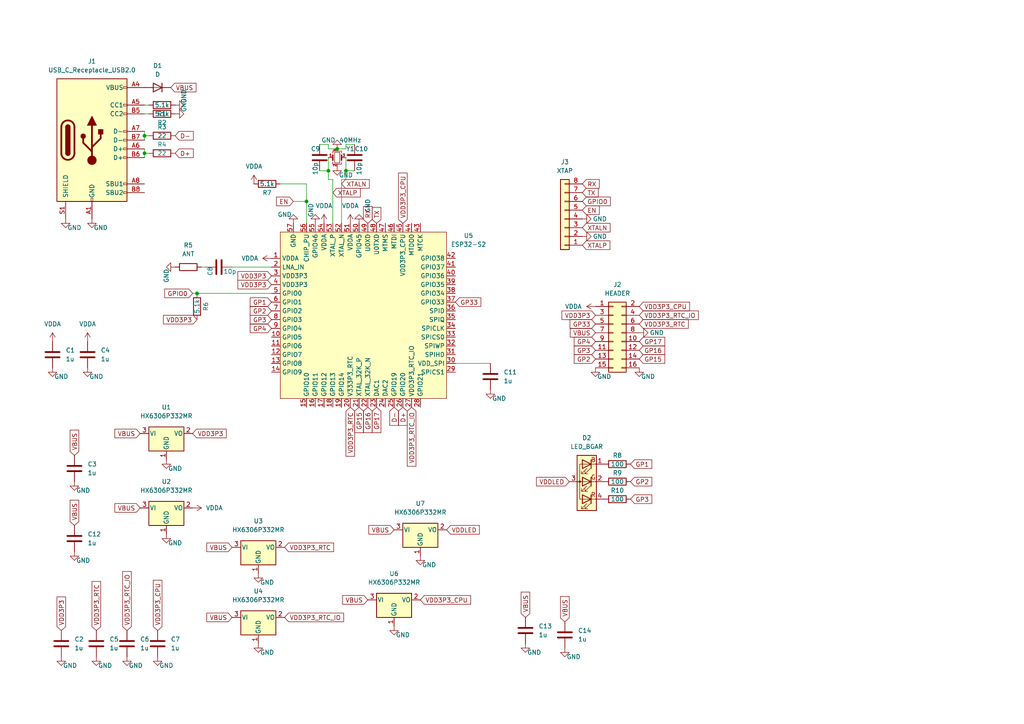
<source format=kicad_sch>
(kicad_sch (version 20211123) (generator eeschema)
  (paper "A4")
  (lib_symbols
    (symbol "Connector:USB_C_Receptacle_USB2.0" (pin_names (offset 1.016))
      (property "Reference" "J" (at -10.16 19.05 0))
      (property "Value" "USB_C_Receptacle_USB2.0" (at 19.05 19.05 0))
      (symbol "USB_C_Receptacle_USB2.0_0_0"
        (rectangle (start -0.254 -17.78) (end 0.254 -16.764))
        (rectangle (start 10.16 -14.986) (end 9.144 -15.494))
        (rectangle (start 10.16 -12.446) (end 9.144 -12.954))
        (rectangle (start 10.16 -4.826) (end 9.144 -5.334))
        (rectangle (start 10.16 -2.286) (end 9.144 -2.794))
        (rectangle (start 10.16 0.254) (end 9.144 -0.254))
        (rectangle (start 10.16 2.794) (end 9.144 2.286))
        (rectangle (start 10.16 7.874) (end 9.144 7.366))
        (rectangle (start 10.16 10.414) (end 9.144 9.906))
        (rectangle (start 10.16 15.494) (end 9.144 14.986))
      )
      (symbol "USB_C_Receptacle_USB2.0_0_1"
        (rectangle (start -10.16 17.78) (end 10.16 -17.78) (stroke (width 0.254)) (fill (type background)))
        (arc (start -8.89 -3.81) (mid -6.985 -5.715) (end -5.08 -3.81) (stroke (width 0.508)))
        (arc (start -7.62 -3.81) (mid -6.985 -4.445) (end -6.35 -3.81) (stroke (width 0.254)))
        (arc (start -7.62 -3.81) (mid -6.985 -4.445) (end -6.35 -3.81) (stroke (width 0.254)) (fill (type outline)))
        (rectangle (start -7.62 -3.81) (end -6.35 3.81) (stroke (width 0.254)) (fill (type outline)))
        (arc (start -6.35 3.81) (mid -6.985 4.445) (end -7.62 3.81) (stroke (width 0.254)))
        (arc (start -6.35 3.81) (mid -6.985 4.445) (end -7.62 3.81) (stroke (width 0.254)) (fill (type outline)))
        (arc (start -5.08 3.81) (mid -6.985 5.715) (end -8.89 3.81) (stroke (width 0.508)))
        (circle (center -2.54 1.143) (radius 0.635) (stroke (width 0.254)) (fill (type outline)))
        (circle (center 0 -5.842) (radius 1.27) (fill (type outline)))
        (polyline (pts (xy -8.89 -3.81) (xy -8.89 3.81)) (stroke (width 0.508)))
        (polyline (pts (xy -5.08 3.81) (xy -5.08 -3.81)) (stroke (width 0.508)))
        (polyline (pts (xy 0 -5.842) (xy 0 4.318)) (stroke (width 0.508)))
        (polyline (pts (xy 0 -3.302) (xy -2.54 -0.762) (xy -2.54 0.508)) (stroke (width 0.508)))
        (polyline (pts (xy 0 -2.032) (xy 2.54 0.508) (xy 2.54 1.778)) (stroke (width 0.508)))
        (polyline (pts (xy -1.27 4.318) (xy 0 6.858) (xy 1.27 4.318) (xy -1.27 4.318)) (stroke (width 0.254)) (fill (type outline)))
        (rectangle (start 1.905 1.778) (end 3.175 3.048) (stroke (width 0.254)) (fill (type outline)))
      )
      (symbol "USB_C_Receptacle_USB2.0_1_1"
        (pin passive line (at 0 -22.86 90) (length 5.08) (name "GND") (number "A1"))
        (pin passive line (at 0 -22.86 90) (length 5.08) hide (name "GND") (number "A12"))
        (pin passive line (at 15.24 15.24 180) (length 5.08) (name "VBUS") (number "A4"))
        (pin bidirectional line (at 15.24 10.16 180) (length 5.08) (name "CC1") (number "A5"))
        (pin bidirectional line (at 15.24 -2.54 180) (length 5.08) (name "D+") (number "A6"))
        (pin bidirectional line (at 15.24 2.54 180) (length 5.08) (name "D-") (number "A7"))
        (pin bidirectional line (at 15.24 -12.7 180) (length 5.08) (name "SBU1") (number "A8"))
        (pin passive line (at 15.24 15.24 180) (length 5.08) hide (name "VBUS") (number "A9"))
        (pin passive line (at 0 -22.86 90) (length 5.08) hide (name "GND") (number "B1"))
        (pin passive line (at 0 -22.86 90) (length 5.08) hide (name "GND") (number "B12"))
        (pin passive line (at 15.24 15.24 180) (length 5.08) hide (name "VBUS") (number "B4"))
        (pin bidirectional line (at 15.24 7.62 180) (length 5.08) (name "CC2") (number "B5"))
        (pin bidirectional line (at 15.24 -5.08 180) (length 5.08) (name "D+") (number "B6"))
        (pin bidirectional line (at 15.24 0 180) (length 5.08) (name "D-") (number "B7"))
        (pin bidirectional line (at 15.24 -15.24 180) (length 5.08) (name "SBU2") (number "B8"))
        (pin passive line (at 15.24 15.24 180) (length 5.08) hide (name "VBUS") (number "B9"))
        (pin passive line (at -7.62 -22.86 90) (length 5.08) (name "SHIELD") (number "S1"))
      )
    )
    (symbol "Connector_Generic:Conn_01x08" (pin_names (offset 1.016) hide)
      (property "Reference" "J" (at 0 10.16 0))
      (property "Value" "Conn_01x08" (at 0 -12.7 0))
      (symbol "Conn_01x08_1_1"
        (rectangle (start -1.27 -10.033) (end 0 -10.287) (stroke (width 0.1524)))
        (rectangle (start -1.27 -7.493) (end 0 -7.747) (stroke (width 0.1524)))
        (rectangle (start -1.27 -4.953) (end 0 -5.207) (stroke (width 0.1524)))
        (rectangle (start -1.27 -2.413) (end 0 -2.667) (stroke (width 0.1524)))
        (rectangle (start -1.27 0.127) (end 0 -0.127) (stroke (width 0.1524)))
        (rectangle (start -1.27 2.667) (end 0 2.413) (stroke (width 0.1524)))
        (rectangle (start -1.27 5.207) (end 0 4.953) (stroke (width 0.1524)))
        (rectangle (start -1.27 7.747) (end 0 7.493) (stroke (width 0.1524)))
        (rectangle (start -1.27 8.89) (end 1.27 -11.43) (stroke (width 0.254)) (fill (type background)))
        (pin passive line (at -5.08 7.62 0) (length 3.81) (name "Pin_1") (number "1"))
        (pin passive line (at -5.08 5.08 0) (length 3.81) (name "Pin_2") (number "2"))
        (pin passive line (at -5.08 2.54 0) (length 3.81) (name "Pin_3") (number "3"))
        (pin passive line (at -5.08 0 0) (length 3.81) (name "Pin_4") (number "4"))
        (pin passive line (at -5.08 -2.54 0) (length 3.81) (name "Pin_5") (number "5"))
        (pin passive line (at -5.08 -5.08 0) (length 3.81) (name "Pin_6") (number "6"))
        (pin passive line (at -5.08 -7.62 0) (length 3.81) (name "Pin_7") (number "7"))
        (pin passive line (at -5.08 -10.16 0) (length 3.81) (name "Pin_8") (number "8"))
      )
    )
    (symbol "Connector_Generic:Conn_02x08_Odd_Even" (pin_names (offset 1.016) hide)
      (property "Reference" "J" (at 1.27 10.16 0))
      (property "Value" "Conn_02x08_Odd_Even" (at 1.27 -12.7 0))
      (symbol "Conn_02x08_Odd_Even_1_1"
        (rectangle (start -1.27 -10.033) (end 0 -10.287) (stroke (width 0.1524)))
        (rectangle (start -1.27 -7.493) (end 0 -7.747) (stroke (width 0.1524)))
        (rectangle (start -1.27 -4.953) (end 0 -5.207) (stroke (width 0.1524)))
        (rectangle (start -1.27 -2.413) (end 0 -2.667) (stroke (width 0.1524)))
        (rectangle (start -1.27 0.127) (end 0 -0.127) (stroke (width 0.1524)))
        (rectangle (start -1.27 2.667) (end 0 2.413) (stroke (width 0.1524)))
        (rectangle (start -1.27 5.207) (end 0 4.953) (stroke (width 0.1524)))
        (rectangle (start -1.27 7.747) (end 0 7.493) (stroke (width 0.1524)))
        (rectangle (start -1.27 8.89) (end 3.81 -11.43) (stroke (width 0.254)) (fill (type background)))
        (rectangle (start 3.81 -10.033) (end 2.54 -10.287) (stroke (width 0.1524)))
        (rectangle (start 3.81 -7.493) (end 2.54 -7.747) (stroke (width 0.1524)))
        (rectangle (start 3.81 -4.953) (end 2.54 -5.207) (stroke (width 0.1524)))
        (rectangle (start 3.81 -2.413) (end 2.54 -2.667) (stroke (width 0.1524)))
        (rectangle (start 3.81 0.127) (end 2.54 -0.127) (stroke (width 0.1524)))
        (rectangle (start 3.81 2.667) (end 2.54 2.413) (stroke (width 0.1524)))
        (rectangle (start 3.81 5.207) (end 2.54 4.953) (stroke (width 0.1524)))
        (rectangle (start 3.81 7.747) (end 2.54 7.493) (stroke (width 0.1524)))
        (pin passive line (at -5.08 7.62 0) (length 3.81) (name "Pin_1") (number "1"))
        (pin passive line (at 7.62 -2.54 180) (length 3.81) (name "Pin_10") (number "10"))
        (pin passive line (at -5.08 -5.08 0) (length 3.81) (name "Pin_11") (number "11"))
        (pin passive line (at 7.62 -5.08 180) (length 3.81) (name "Pin_12") (number "12"))
        (pin passive line (at -5.08 -7.62 0) (length 3.81) (name "Pin_13") (number "13"))
        (pin passive line (at 7.62 -7.62 180) (length 3.81) (name "Pin_14") (number "14"))
        (pin passive line (at -5.08 -10.16 0) (length 3.81) (name "Pin_15") (number "15"))
        (pin passive line (at 7.62 -10.16 180) (length 3.81) (name "Pin_16") (number "16"))
        (pin passive line (at 7.62 7.62 180) (length 3.81) (name "Pin_2") (number "2"))
        (pin passive line (at -5.08 5.08 0) (length 3.81) (name "Pin_3") (number "3"))
        (pin passive line (at 7.62 5.08 180) (length 3.81) (name "Pin_4") (number "4"))
        (pin passive line (at -5.08 2.54 0) (length 3.81) (name "Pin_5") (number "5"))
        (pin passive line (at 7.62 2.54 180) (length 3.81) (name "Pin_6") (number "6"))
        (pin passive line (at -5.08 0 0) (length 3.81) (name "Pin_7") (number "7"))
        (pin passive line (at 7.62 0 180) (length 3.81) (name "Pin_8") (number "8"))
        (pin passive line (at -5.08 -2.54 0) (length 3.81) (name "Pin_9") (number "9"))
      )
    )
    (symbol "Device:C" (pin_numbers hide) (pin_names (offset 0.254))
      (property "Reference" "C" (at 0.635 2.54 0))
      (property "Value" "C" (at 0.635 -2.54 0))
      (symbol "C_0_1"
        (polyline (pts (xy -2.032 -0.762) (xy 2.032 -0.762)) (stroke (width 0.508)))
        (polyline (pts (xy -2.032 0.762) (xy 2.032 0.762)) (stroke (width 0.508)))
      )
      (symbol "C_1_1"
        (pin passive line (at 0 3.81 270) (length 2.794) (name "~") (number "1"))
        (pin passive line (at 0 -3.81 90) (length 2.794) (name "~") (number "2"))
      )
    )
    (symbol "Device:Crystal_GND24_Small" (pin_names (offset 1.016) hide)
      (property "Reference" "Y" (at 1.27 4.445 0))
      (property "Value" "Crystal_GND24_Small" (at 1.27 2.54 0))
      (symbol "Crystal_GND24_Small_0_1"
        (rectangle (start -0.762 -1.524) (end 0.762 1.524))
        (polyline (pts (xy -1.27 -0.762) (xy -1.27 0.762)) (stroke (width 0.381)))
        (polyline (pts (xy 1.27 -0.762) (xy 1.27 0.762)) (stroke (width 0.381)))
        (polyline (pts (xy -1.27 -1.27) (xy -1.27 -1.905) (xy 1.27 -1.905) (xy 1.27 -1.27)))
        (polyline (pts (xy -1.27 1.27) (xy -1.27 1.905) (xy 1.27 1.905) (xy 1.27 1.27)))
      )
      (symbol "Crystal_GND24_Small_1_1"
        (pin passive line (at -2.54 0 0) (length 1.27) (name "1") (number "1"))
        (pin passive line (at 0 -2.54 90) (length 0.635) (name "2") (number "2"))
        (pin passive line (at 2.54 0 180) (length 1.27) (name "3") (number "3"))
        (pin passive line (at 0 2.54 270) (length 0.635) (name "4") (number "4"))
      )
    )
    (symbol "Device:D" (pin_numbers hide) (pin_names (offset 1.016) hide)
      (property "Reference" "D" (at 0 2.54 0))
      (property "Value" "D" (at 0 -2.54 0))
      (symbol "D_0_1"
        (polyline (pts (xy -1.27 1.27) (xy -1.27 -1.27)) (stroke (width 0.254)))
        (polyline (pts (xy 1.27 0) (xy -1.27 0)))
        (polyline (pts (xy 1.27 1.27) (xy 1.27 -1.27) (xy -1.27 0) (xy 1.27 1.27)) (stroke (width 0.254)))
      )
      (symbol "D_1_1"
        (pin passive line (at -3.81 0 0) (length 2.54) (name "K") (number "1"))
        (pin passive line (at 3.81 0 180) (length 2.54) (name "A") (number "2"))
      )
    )
    (symbol "Device:LED_BGAR" (pin_names (offset 0) hide)
      (property "Reference" "D" (at 0 9.398 0))
      (property "Value" "LED_BGAR" (at 0 -8.89 0))
      (symbol "LED_BGAR_0_0"
        (text "B" (at -1.905 -6.35 0) (effects (font (size 1.27 1.27))))
        (text "G" (at -1.905 -1.27 0) (effects (font (size 1.27 1.27))))
        (text "R" (at -1.905 3.81 0) (effects (font (size 1.27 1.27))))
      )
      (symbol "LED_BGAR_0_1"
        (polyline (pts (xy -1.27 -5.08) (xy -2.54 -5.08)))
        (polyline (pts (xy -1.27 -5.08) (xy 1.27 -5.08)))
        (polyline (pts (xy -1.27 -3.81) (xy -1.27 -6.35)) (stroke (width 0.254)))
        (polyline (pts (xy -1.27 0) (xy -2.54 0)))
        (polyline (pts (xy -1.27 1.27) (xy -1.27 -1.27)) (stroke (width 0.254)))
        (polyline (pts (xy -1.27 5.08) (xy -2.54 5.08)))
        (polyline (pts (xy -1.27 5.08) (xy 1.27 5.08)))
        (polyline (pts (xy -1.27 6.35) (xy -1.27 3.81)) (stroke (width 0.254)))
        (polyline (pts (xy 1.27 0) (xy -1.27 0)))
        (polyline (pts (xy 1.27 0) (xy 2.54 0)))
        (polyline (pts (xy -1.27 1.27) (xy -1.27 -1.27) (xy -1.27 -1.27)))
        (polyline (pts (xy -1.27 6.35) (xy -1.27 3.81) (xy -1.27 3.81)))
        (polyline (pts (xy 1.27 -5.08) (xy 2.032 -5.08) (xy 2.032 5.08) (xy 1.27 5.08)))
        (polyline (pts (xy 1.27 -3.81) (xy 1.27 -6.35) (xy -1.27 -5.08) (xy 1.27 -3.81)) (stroke (width 0.254)))
        (polyline (pts (xy 1.27 1.27) (xy 1.27 -1.27) (xy -1.27 0) (xy 1.27 1.27)) (stroke (width 0.254)))
        (polyline (pts (xy 1.27 6.35) (xy 1.27 3.81) (xy -1.27 5.08) (xy 1.27 6.35)) (stroke (width 0.254)))
        (polyline (pts (xy -1.016 -3.81) (xy 0.508 -2.286) (xy -0.254 -2.286) (xy 0.508 -2.286) (xy 0.508 -3.048)))
        (polyline (pts (xy -1.016 1.27) (xy 0.508 2.794) (xy -0.254 2.794) (xy 0.508 2.794) (xy 0.508 2.032)))
        (polyline (pts (xy -1.016 6.35) (xy 0.508 7.874) (xy -0.254 7.874) (xy 0.508 7.874) (xy 0.508 7.112)))
        (polyline (pts (xy 0 -3.81) (xy 1.524 -2.286) (xy 0.762 -2.286) (xy 1.524 -2.286) (xy 1.524 -3.048)))
        (polyline (pts (xy 0 1.27) (xy 1.524 2.794) (xy 0.762 2.794) (xy 1.524 2.794) (xy 1.524 2.032)))
        (polyline (pts (xy 0 6.35) (xy 1.524 7.874) (xy 0.762 7.874) (xy 1.524 7.874) (xy 1.524 7.112)))
        (rectangle (start 1.27 -1.27) (end 1.27 1.27))
        (rectangle (start 1.27 1.27) (end 1.27 1.27))
        (rectangle (start 1.27 3.81) (end 1.27 6.35))
        (rectangle (start 1.27 6.35) (end 1.27 6.35))
        (circle (center 2.032 0) (radius 0.254) (fill (type outline)))
        (rectangle (start 2.794 8.382) (end -2.794 -7.62) (stroke (width 0.254)) (fill (type background)))
      )
      (symbol "LED_BGAR_1_1"
        (pin passive line (at -5.08 -5.08 0) (length 2.54) (name "BK") (number "1"))
        (pin passive line (at -5.08 0 0) (length 2.54) (name "GK") (number "2"))
        (pin passive line (at 5.08 0 180) (length 2.54) (name "A") (number "3"))
        (pin passive line (at -5.08 5.08 0) (length 2.54) (name "RK") (number "4"))
      )
    )
    (symbol "Device:R" (pin_numbers hide) (pin_names (offset 0))
      (property "Reference" "R" (at 2.032 0 90))
      (property "Value" "R" (at 0 0 90))
      (symbol "R_0_1"
        (rectangle (start -1.016 -2.54) (end 1.016 2.54) (stroke (width 0.254)))
      )
      (symbol "R_1_1"
        (pin passive line (at 0 3.81 270) (length 1.27) (name "~") (number "1"))
        (pin passive line (at 0 -3.81 90) (length 1.27) (name "~") (number "2"))
      )
    )
    (symbol "Regulator_Linear:APE8865N-33-HF-3" (pin_names (offset 0.254))
      (property "Reference" "U" (at -3.81 3.175 0))
      (property "Value" "APE8865N-33-HF-3" (at 0 3.175 0))
      (symbol "APE8865N-33-HF-3_0_1"
        (rectangle (start -5.08 1.905) (end 5.08 -5.08) (stroke (width 0.254)) (fill (type background)))
      )
      (symbol "APE8865N-33-HF-3_1_1"
        (pin power_in line (at 0 -7.62 90) (length 2.54) (name "GND") (number "1"))
        (pin power_out line (at 7.62 0 180) (length 2.54) (name "VO") (number "2"))
        (pin power_in line (at -7.62 0 0) (length 2.54) (name "VI") (number "3"))
      )
    )
    (symbol "esp32s2:ESP32-S2"
      (property "Reference" "U" (at 0 6.35 0))
      (property "Value" "ESP32-S2" (at 0 1.27 0))
      (symbol "ESP32-S2_0_1"
        (rectangle (start -24.13 24.13) (end 24.13 -24.13) (stroke (width 0.1524)) (fill (type background)))
      )
      (symbol "ESP32-S2_1_1"
        (pin bidirectional line (at -26.67 16.51 0) (length 2.54) (name "VDDA") (number "1"))
        (pin bidirectional line (at -26.67 -6.35 0) (length 2.54) (name "GPIO5") (number "10"))
        (pin bidirectional line (at -26.67 -8.89 0) (length 2.54) (name "GPIO6") (number "11"))
        (pin bidirectional line (at -26.67 -11.43 0) (length 2.54) (name "GPIO7") (number "12"))
        (pin bidirectional line (at -26.67 -13.97 0) (length 2.54) (name "GPIO8") (number "13"))
        (pin bidirectional line (at -26.67 -16.51 0) (length 2.54) (name "GPIO9") (number "14"))
        (pin bidirectional line (at -16.51 -26.67 90) (length 2.54) (name "GPIO10") (number "15"))
        (pin bidirectional line (at -13.97 -26.67 90) (length 2.54) (name "GPIO11") (number "16"))
        (pin bidirectional line (at -11.43 -26.67 90) (length 2.54) (name "GPIO12") (number "17"))
        (pin bidirectional line (at -8.89 -26.67 90) (length 2.54) (name "GPIO13") (number "18"))
        (pin bidirectional line (at -6.35 -26.67 90) (length 2.54) (name "GPIO14") (number "19"))
        (pin bidirectional line (at -26.67 13.97 0) (length 2.54) (name "LNA_IN") (number "2"))
        (pin bidirectional line (at -3.81 -26.67 90) (length 2.54) (name "V333P3_RTC") (number "20"))
        (pin bidirectional line (at -1.27 -26.67 90) (length 2.54) (name "XTAL_32K_P") (number "21"))
        (pin bidirectional line (at 1.27 -26.67 90) (length 2.54) (name "XTAL_32K_N") (number "22"))
        (pin bidirectional line (at 3.81 -26.67 90) (length 2.54) (name "DAC1") (number "23"))
        (pin bidirectional line (at 6.35 -26.67 90) (length 2.54) (name "DAC2") (number "24"))
        (pin bidirectional line (at 8.89 -26.67 90) (length 2.54) (name "GPIO19") (number "25"))
        (pin bidirectional line (at 11.43 -26.67 90) (length 2.54) (name "GPIO20") (number "26"))
        (pin bidirectional line (at 13.97 -26.67 90) (length 2.54) (name "VDD3P3_RTC_IO") (number "27"))
        (pin bidirectional line (at 16.51 -26.67 90) (length 2.54) (name "GPIO21") (number "28"))
        (pin bidirectional line (at 26.67 -16.51 180) (length 2.54) (name "SPICS1") (number "29"))
        (pin bidirectional line (at -26.67 11.43 0) (length 2.54) (name "VDD3P3") (number "3"))
        (pin bidirectional line (at 26.67 -13.97 180) (length 2.54) (name "VDD_SPI") (number "30"))
        (pin bidirectional line (at 26.67 -11.43 180) (length 2.54) (name "SPIHD") (number "31"))
        (pin bidirectional line (at 26.67 -8.89 180) (length 2.54) (name "SPIWP") (number "32"))
        (pin bidirectional line (at 26.67 -6.35 180) (length 2.54) (name "SPICS0") (number "33"))
        (pin bidirectional line (at 26.67 -3.81 180) (length 2.54) (name "SPICLK") (number "34"))
        (pin bidirectional line (at 26.67 -1.27 180) (length 2.54) (name "SPIQ") (number "35"))
        (pin bidirectional line (at 26.67 1.27 180) (length 2.54) (name "SPID") (number "36"))
        (pin bidirectional line (at 26.67 3.81 180) (length 2.54) (name "GPIO33") (number "37"))
        (pin bidirectional line (at 26.67 6.35 180) (length 2.54) (name "GPIO34") (number "38"))
        (pin bidirectional line (at 26.67 8.89 180) (length 2.54) (name "GPIO35") (number "39"))
        (pin bidirectional line (at -26.67 8.89 0) (length 2.54) (name "VDD3P3") (number "4"))
        (pin bidirectional line (at 26.67 11.43 180) (length 2.54) (name "GPIO36") (number "40"))
        (pin bidirectional line (at 26.67 13.97 180) (length 2.54) (name "GPIO37") (number "41"))
        (pin bidirectional line (at 26.67 16.51 180) (length 2.54) (name "GPIO38") (number "42"))
        (pin bidirectional line (at 16.51 26.67 270) (length 2.54) (name "MTCK") (number "43"))
        (pin bidirectional line (at 13.97 26.67 270) (length 2.54) (name "MTDO0") (number "44"))
        (pin bidirectional line (at 11.43 26.67 270) (length 2.54) (name "VDD3P3_CPU") (number "45"))
        (pin bidirectional line (at 8.89 26.67 270) (length 2.54) (name "MTDI") (number "46"))
        (pin bidirectional line (at 6.35 26.67 270) (length 2.54) (name "MTMS") (number "47"))
        (pin bidirectional line (at 3.81 26.67 270) (length 2.54) (name "U0TXD") (number "48"))
        (pin bidirectional line (at 1.27 26.67 270) (length 2.54) (name "U0XD") (number "49"))
        (pin bidirectional line (at -26.67 6.35 0) (length 2.54) (name "GPIO0") (number "5"))
        (pin bidirectional line (at -1.27 26.67 270) (length 2.54) (name "GPIO45") (number "50"))
        (pin bidirectional line (at -3.81 26.67 270) (length 2.54) (name "VDDA") (number "51"))
        (pin bidirectional line (at -6.35 26.67 270) (length 2.54) (name "XTAL_N") (number "52"))
        (pin bidirectional line (at -8.89 26.67 270) (length 2.54) (name "XTAL_P") (number "53"))
        (pin bidirectional line (at -11.43 26.67 270) (length 2.54) (name "VDDA") (number "54"))
        (pin bidirectional line (at -13.97 26.67 270) (length 2.54) (name "GPIO46") (number "55"))
        (pin bidirectional line (at -16.51 26.67 270) (length 2.54) (name "CHIP_PU") (number "56"))
        (pin bidirectional line (at -20.32 26.67 270) (length 2.54) (name "GND") (number "57"))
        (pin bidirectional line (at -26.67 3.81 0) (length 2.54) (name "GPIO1") (number "6"))
        (pin bidirectional line (at -26.67 1.27 0) (length 2.54) (name "GPIO2") (number "7"))
        (pin bidirectional line (at -26.67 -1.27 0) (length 2.54) (name "GPIO3") (number "8"))
        (pin bidirectional line (at -26.67 -3.81 0) (length 2.54) (name "GPIO4") (number "9"))
      )
    )
    (symbol "power:GND" (power) (pin_names (offset 0))
      (property "Value" "GND" (at 0 -3.81 0))
      (symbol "GND_0_1"
        (polyline (pts (xy 0 0) (xy 0 -1.27) (xy 1.27 -1.27) (xy 0 -2.54) (xy -1.27 -1.27) (xy 0 -1.27)))
      )
      (symbol "GND_1_1"
        (pin power_in line (at 0 0 270) (length 0) hide (name "GND") (number "1"))
      )
    )
    (symbol "power:VDDA" (power) (pin_names (offset 0))
      (property "Value" "VDDA" (at 0 3.81 0))
      (symbol "VDDA_0_1"
        (polyline (pts (xy -0.762 1.27) (xy 0 2.54)))
        (polyline (pts (xy 0 0) (xy 0 2.54)))
        (polyline (pts (xy 0 2.54) (xy 0.762 1.27)))
      )
      (symbol "VDDA_1_1"
        (pin power_in line (at 0 0 90) (length 0) hide (name "VDDA") (number "1"))
      )
    )
  )
  (junction (at 88.9 58.42))
  (junction (at 57.15 85.09))
  (junction (at 95.25 49.53))
  (junction (at 97.79 43.18))
  (junction (at 41.91 44.45))
  (junction (at 41.91 39.37))
  (junction (at 100.33 49.53))
  (wire (pts (xy 100.33 41.91) (xy 102.87 41.91)))
  (wire (pts (xy 92.71 49.53) (xy 95.25 49.53)))
  (wire (pts (xy 67.31 77.47) (xy 78.74 77.47)))
  (wire (pts (xy 41.91 44.45) (xy 41.91 45.72)))
  (wire (pts (xy 41.91 43.18) (xy 41.91 44.45)))
  (wire (pts (xy 97.79 43.18) (xy 95.25 43.18)))
  (wire (pts (xy 41.91 44.45) (xy 43.18 44.45)))
  (wire (pts (xy 96.52 52.07) (xy 95.25 52.07)))
  (wire (pts (xy 97.79 43.18) (xy 100.33 43.18)))
  (wire (pts (xy 41.91 33.02) (xy 43.18 33.02)))
  (wire (pts (xy 57.15 85.09) (xy 78.74 85.09)))
  (wire (pts (xy 41.91 30.48) (xy 43.18 30.48)))
  (wire (pts (xy 132.08 105.41) (xy 142.24 105.41)))
  (wire (pts (xy 100.33 43.18) (xy 100.33 41.91)))
  (wire (pts (xy 99.06 64.77) (xy 99.06 52.07)))
  (wire (pts (xy 81.28 53.34) (xy 88.9 53.34)))
  (wire (pts (xy 95.25 49.53) (xy 95.25 45.72)))
  (wire (pts (xy 88.9 53.34) (xy 88.9 58.42)))
  (wire (pts (xy 100.33 52.07) (xy 100.33 49.53)))
  (wire (pts (xy 99.06 52.07) (xy 100.33 52.07)))
  (wire (pts (xy 96.52 64.77) (xy 96.52 52.07)))
  (wire (pts (xy 41.91 39.37) (xy 43.18 39.37)))
  (wire (pts (xy 95.25 41.91) (xy 92.71 41.91)))
  (wire (pts (xy 55.88 85.09) (xy 57.15 85.09)))
  (wire (pts (xy 85.09 58.42) (xy 88.9 58.42)))
  (wire (pts (xy 100.33 49.53) (xy 100.33 45.72)))
  (wire (pts (xy 41.91 39.37) (xy 41.91 40.64)))
  (wire (pts (xy 58.42 77.47) (xy 59.69 77.47)))
  (wire (pts (xy 88.9 58.42) (xy 88.9 64.77)))
  (wire (pts (xy 95.25 43.18) (xy 95.25 41.91)))
  (wire (pts (xy 41.91 38.1) (xy 41.91 39.37)))
  (wire (pts (xy 100.33 49.53) (xy 102.87 49.53)))
  (wire (pts (xy 95.25 52.07) (xy 95.25 49.53)))
  (global_label "GP1" (shape input) (at 182.88 134.62 0) (property "Intersheet References" "${INTERSHEET_REFS}" (effects hide)))
  (global_label "GP15" (shape input) (at 185.42 104.14 0) (property "Intersheet References" "${INTERSHEET_REFS}" (effects hide)))
  (global_label "GP2" (shape input) (at 172.72 104.14 180) (property "Intersheet References" "${INTERSHEET_REFS}" (effects hide)))
  (global_label "EN" (shape input) (at 85.09 58.42 180) (property "Intersheet References" "${INTERSHEET_REFS}" (effects hide)))
  (global_label "XTALP" (shape input) (at 96.52 55.88 0) (property "Intersheet References" "${INTERSHEET_REFS}" (effects hide)))
  (global_label "VDD3P3_CPU" (shape input) (at 185.42 88.9 0) (property "Intersheet References" "${INTERSHEET_REFS}" (effects hide)))
  (global_label "GPIO0" (shape input) (at 168.91 58.42 0) (property "Intersheet References" "${INTERSHEET_REFS}" (effects hide)))
  (global_label "VDD3P3" (shape input) (at 78.74 80.01 180) (property "Intersheet References" "${INTERSHEET_REFS}" (effects hide)))
  (global_label "D-" (shape input) (at 50.8 39.37 0) (property "Intersheet References" "${INTERSHEET_REFS}" (effects hide)))
  (global_label "VDD3P3_RTC" (shape input) (at 185.42 93.98 0) (property "Intersheet References" "${INTERSHEET_REFS}" (effects hide)))
  (global_label "VDD3P3_RTC_IO" (shape input) (at 82.55 179.07 0) (property "Intersheet References" "${INTERSHEET_REFS}" (effects hide)))
  (global_label "D-" (shape input) (at 114.3 118.11 270) (property "Intersheet References" "${INTERSHEET_REFS}" (effects hide)))
  (global_label "GP3" (shape input) (at 172.72 101.6 180) (property "Intersheet References" "${INTERSHEET_REFS}" (effects hide)))
  (global_label "VDDLED" (shape input) (at 165.1 139.7 180) (property "Intersheet References" "${INTERSHEET_REFS}" (effects hide)))
  (global_label "RX" (shape input) (at 106.68 64.77 90) (property "Intersheet References" "${INTERSHEET_REFS}" (effects hide)))
  (global_label "GP4" (shape input) (at 78.74 95.25 180) (property "Intersheet References" "${INTERSHEET_REFS}" (effects hide)))
  (global_label "TX" (shape input) (at 168.91 55.88 0) (property "Intersheet References" "${INTERSHEET_REFS}" (effects hide)))
  (global_label "VDD3P3_CPU" (shape input) (at 45.72 182.88 90) (property "Intersheet References" "${INTERSHEET_REFS}" (effects hide)))
  (global_label "XTALN" (shape input) (at 99.06 53.34 0) (property "Intersheet References" "${INTERSHEET_REFS}" (effects hide)))
  (global_label "RX" (shape input) (at 168.91 53.34 0) (property "Intersheet References" "${INTERSHEET_REFS}" (effects hide)))
  (global_label "VDD3P3" (shape input) (at 17.78 182.88 90) (property "Intersheet References" "${INTERSHEET_REFS}" (effects hide)))
  (global_label "VDD3P3" (shape input) (at 57.15 92.71 180) (property "Intersheet References" "${INTERSHEET_REFS}" (effects hide)))
  (global_label "GP33" (shape input) (at 172.72 93.98 180) (property "Intersheet References" "${INTERSHEET_REFS}" (effects hide)))
  (global_label "GP1" (shape input) (at 78.74 87.63 180) (property "Intersheet References" "${INTERSHEET_REFS}" (effects hide)))
  (global_label "VBUS" (shape input) (at 172.72 96.52 180) (property "Intersheet References" "${INTERSHEET_REFS}" (effects hide)))
  (global_label "GP3" (shape input) (at 78.74 92.71 180) (property "Intersheet References" "${INTERSHEET_REFS}" (effects hide)))
  (global_label "VDD3P3_RTC" (shape input) (at 101.6 118.11 270) (property "Intersheet References" "${INTERSHEET_REFS}" (effects hide)))
  (global_label "VBUS" (shape input) (at 67.31 179.07 180) (property "Intersheet References" "${INTERSHEET_REFS}" (effects hide)))
  (global_label "XTALP" (shape input) (at 168.91 71.12 0) (property "Intersheet References" "${INTERSHEET_REFS}" (effects hide)))
  (global_label "GP2" (shape input) (at 182.88 139.7 0) (property "Intersheet References" "${INTERSHEET_REFS}" (effects hide)))
  (global_label "GP17" (shape input) (at 185.42 99.06 0) (property "Intersheet References" "${INTERSHEET_REFS}" (effects hide)))
  (global_label "VDD3P3" (shape input) (at 55.88 125.73 0) (property "Intersheet References" "${INTERSHEET_REFS}" (effects hide)))
  (global_label "VDD3P3_CPU" (shape input) (at 121.92 173.99 0) (property "Intersheet References" "${INTERSHEET_REFS}" (effects hide)))
  (global_label "VBUS" (shape input) (at 40.64 147.32 180) (property "Intersheet References" "${INTERSHEET_REFS}" (effects hide)))
  (global_label "VDD3P3_RTC" (shape input) (at 82.55 158.75 0) (property "Intersheet References" "${INTERSHEET_REFS}" (effects hide)))
  (global_label "VBUS" (shape input) (at 106.68 173.99 180) (property "Intersheet References" "${INTERSHEET_REFS}" (effects hide)))
  (global_label "TX" (shape input) (at 109.22 64.77 90) (property "Intersheet References" "${INTERSHEET_REFS}" (effects hide)))
  (global_label "XTALN" (shape input) (at 168.91 66.04 0) (property "Intersheet References" "${INTERSHEET_REFS}" (effects hide)))
  (global_label "VBUS" (shape input) (at 21.59 132.08 90) (property "Intersheet References" "${INTERSHEET_REFS}" (effects hide)))
  (global_label "VDD3P3_RTC" (shape input) (at 27.94 182.88 90) (property "Intersheet References" "${INTERSHEET_REFS}" (effects hide)))
  (global_label "VDDLED" (shape input) (at 129.54 153.67 0) (property "Intersheet References" "${INTERSHEET_REFS}" (effects hide)))
  (global_label "GP2" (shape input) (at 78.74 90.17 180) (property "Intersheet References" "${INTERSHEET_REFS}" (effects hide)))
  (global_label "VBUS" (shape input) (at 49.53 25.4 0) (property "Intersheet References" "${INTERSHEET_REFS}" (effects hide)))
  (global_label "GP33" (shape input) (at 132.08 87.63 0) (property "Intersheet References" "${INTERSHEET_REFS}" (effects hide)))
  (global_label "D+" (shape input) (at 50.8 44.45 0) (property "Intersheet References" "${INTERSHEET_REFS}" (effects hide)))
  (global_label "VDD3P3" (shape input) (at 172.72 91.44 180) (property "Intersheet References" "${INTERSHEET_REFS}" (effects hide)))
  (global_label "VDD3P3_RTC_IO" (shape input) (at 185.42 91.44 0) (property "Intersheet References" "${INTERSHEET_REFS}" (effects hide)))
  (global_label "D+" (shape input) (at 116.84 118.11 270) (property "Intersheet References" "${INTERSHEET_REFS}" (effects hide)))
  (global_label "EN" (shape input) (at 168.91 60.96 0) (property "Intersheet References" "${INTERSHEET_REFS}" (effects hide)))
  (global_label "GP17" (shape input) (at 109.22 118.11 270) (property "Intersheet References" "${INTERSHEET_REFS}" (effects hide)))
  (global_label "VDD3P3_CPU" (shape input) (at 116.84 64.77 90) (property "Intersheet References" "${INTERSHEET_REFS}" (effects hide)))
  (global_label "GP16" (shape input) (at 185.42 101.6 0) (property "Intersheet References" "${INTERSHEET_REFS}" (effects hide)))
  (global_label "VBUS" (shape input) (at 152.4 179.07 90) (property "Intersheet References" "${INTERSHEET_REFS}" (effects hide)))
  (global_label "GP15" (shape input) (at 104.14 118.11 270) (property "Intersheet References" "${INTERSHEET_REFS}" (effects hide)))
  (global_label "GPIO0" (shape input) (at 55.88 85.09 180) (property "Intersheet References" "${INTERSHEET_REFS}" (effects hide)))
  (global_label "GP3" (shape input) (at 182.88 144.78 0) (property "Intersheet References" "${INTERSHEET_REFS}" (effects hide)))
  (global_label "GP4" (shape input) (at 172.72 99.06 180) (property "Intersheet References" "${INTERSHEET_REFS}" (effects hide)))
  (global_label "VDD3P3_RTC_IO" (shape input) (at 36.83 182.88 90) (property "Intersheet References" "${INTERSHEET_REFS}" (effects hide)))
  (global_label "VBUS" (shape input) (at 21.59 152.4 90) (property "Intersheet References" "${INTERSHEET_REFS}" (effects hide)))
  (global_label "VBUS" (shape input) (at 114.3 153.67 180) (property "Intersheet References" "${INTERSHEET_REFS}" (effects hide)))
  (global_label "VBUS" (shape input) (at 67.31 158.75 180) (property "Intersheet References" "${INTERSHEET_REFS}" (effects hide)))
  (global_label "VBUS" (shape input) (at 163.83 180.34 90) (property "Intersheet References" "${INTERSHEET_REFS}" (effects hide)))
  (global_label "VBUS" (shape input) (at 40.64 125.73 180) (property "Intersheet References" "${INTERSHEET_REFS}" (effects hide)))
  (global_label "GP16" (shape input) (at 106.68 118.11 270) (property "Intersheet References" "${INTERSHEET_REFS}" (effects hide)))
  (global_label "VDD3P3" (shape input) (at 78.74 82.55 180) (property "Intersheet References" "${INTERSHEET_REFS}" (effects hide)))
  (global_label "VDD3P3_RTC_IO" (shape input) (at 119.38 118.11 270) (property "Intersheet References" "${INTERSHEET_REFS}" (effects hide)))
  (symbol (lib_id "Device:C") (at 21.59 156.21 0) (unit 1)
    (property "Reference" "C12" (at 25.4 154.9399 0) (effects (justify left)))
    (property "Value" "1u" (at 25.4 157.4799 0) (effects (justify left)))
    (property "Footprint" "Capacitor_SMD:C_0201_0603Metric" (effects hide))
    (property "LCSC" "C295898" (effects hide))
  )
  (symbol (lib_id "power:GND") (at 74.93 166.37 0) (unit 1)
    (property "Reference" "#PWR020" (effects hide))
    (property "Value" "GND" (at 77.47 168.91 0))
  )
  (symbol (lib_id "power:VDDA") (at 172.72 88.9 90) (unit 1)
    (property "Reference" "#PWR033" (effects hide))
    (property "Value" "VDDA" (at 163.83 88.9 90) (effects (justify right)))
  )
  (symbol (lib_id "power:GND") (at 27.94 190.5 0) (unit 1)
    (property "Reference" "#PWR09" (effects hide))
    (property "Value" "GND" (at 30.48 193.04 0))
  )
  (symbol (lib_id "Device:D") (at 45.72 25.4 180) (unit 1)
    (property "Reference" "D1" (at 45.72 19.05 0))
    (property "Value" "D" (at 45.72 21.59 0))
    (property "Footprint" "Diode_SMD:D_SOD-123F" (effects hide))
    (property "LCSC" "C426570" (effects hide))
  )
  (symbol (lib_id "power:GND") (at 91.44 64.77 180) (unit 1)
    (property "Reference" "#PWR024" (effects hide))
    (property "Value" "GND" (at 90.17 60.96 90))
  )
  (symbol (lib_id "power:GND") (at 36.83 190.5 0) (unit 1)
    (property "Reference" "#PWR010" (effects hide))
    (property "Value" "GND" (at 39.37 193.04 0))
  )
  (symbol (lib_id "power:VDDA") (at 73.66 53.34 0) (unit 1)
    (property "Reference" "#PWR0101" (effects hide))
    (property "Value" "VDDA" (at 73.66 48.26 0))
  )
  (symbol (lib_id "Device:C") (at 45.72 186.69 0) (unit 1)
    (property "Reference" "C7" (at 49.53 185.4199 0) (effects (justify left)))
    (property "Value" "1u" (at 49.53 187.9599 0) (effects (justify left)))
    (property "Footprint" "Capacitor_SMD:C_0201_0603Metric" (effects hide))
    (property "LCSC" "C295898" (effects hide))
  )
  (symbol (lib_id "power:GND") (at 168.91 63.5 90) (unit 1)
    (property "Reference" "#PWR0106" (effects hide))
    (property "Value" "GND" (at 173.99 63.5 90))
  )
  (symbol (lib_id "Connector:USB_C_Receptacle_USB2.0") (at 26.67 40.64 0) (unit 1)
    (property "Reference" "J1" (at 26.67 17.78 0))
    (property "Value" "USB_C_Receptacle_USB2.0" (at 26.67 20.32 0))
    (property "Footprint" "Connector_USB:USB_C_Receptacle_HRO_TYPE-C-31-M-12" (effects hide))
    (property "Datasheet" "https://www.usb.org/sites/default/files/documents/usb_type-c.zip" (effects hide))
    (property "LCSC" "C2765186" (effects hide))
  )
  (symbol (lib_id "power:GND") (at 26.67 63.5 0) (unit 1)
    (property "Reference" "#PWR08" (effects hide))
    (property "Value" "GND" (at 29.21 66.04 0))
  )
  (symbol (lib_id "power:GND") (at 19.05 63.5 0) (unit 1)
    (property "Reference" "#PWR04" (effects hide))
    (property "Value" "GND" (at 21.59 66.04 0))
  )
  (symbol (lib_id "Device:C") (at 36.83 186.69 0) (unit 1)
    (property "Reference" "C6" (at 40.64 185.4199 0) (effects (justify left)))
    (property "Value" "1u" (at 40.64 187.9599 0) (effects (justify left)))
    (property "Footprint" "Capacitor_SMD:C_0201_0603Metric" (effects hide))
    (property "LCSC" "C295898" (effects hide))
  )
  (symbol (lib_id "Device:R") (at 46.99 39.37 90) (unit 1)
    (property "Reference" "R3" (at 46.99 36.83 90))
    (property "Value" "22" (at 46.99 39.37 90))
    (property "Footprint" "Resistor_SMD:R_0201_0603Metric" (effects hide))
    (property "LCSC" "C144010" (effects hide))
  )
  (symbol (lib_id "power:GND") (at 48.26 133.35 0) (unit 1)
    (property "Reference" "#PWR012" (effects hide))
    (property "Value" "GND" (at 50.8 135.89 0))
  )
  (symbol (lib_id "Device:C") (at 17.78 186.69 0) (unit 1)
    (property "Reference" "C2" (at 21.59 185.4199 0) (effects (justify left)))
    (property "Value" "1u" (at 21.59 187.9599 0) (effects (justify left)))
    (property "Footprint" "Capacitor_SMD:C_0201_0603Metric" (effects hide))
    (property "LCSC" "C295898" (effects hide))
  )
  (symbol (lib_id "power:GND") (at 25.4 106.68 0) (unit 1)
    (property "Reference" "#PWR07" (effects hide))
    (property "Value" "GND" (at 27.94 109.22 0))
  )
  (symbol (lib_id "Device:C") (at 142.24 109.22 0) (unit 1)
    (property "Reference" "C11" (at 146.05 107.9499 0) (effects (justify left)))
    (property "Value" "1u" (at 146.05 110.4899 0) (effects (justify left)))
    (property "Footprint" "Capacitor_SMD:C_0201_0603Metric" (effects hide))
    (property "LCSC" "C295898" (effects hide))
  )
  (symbol (lib_id "Connector_Generic:Conn_01x08") (at 163.83 63.5 180) (unit 1)
    (property "Reference" "J3" (at 163.83 46.99 0))
    (property "Value" "XTAP" (at 163.83 49.53 0))
    (property "Footprint" "Connector_PinHeader_2.54mm:PinHeader_1x08_P2.54mm_Vertical" (effects hide))
    (property "LCSC" "C2894931" (effects hide))
  )
  (symbol (lib_id "power:GND") (at 15.24 106.68 0) (unit 1)
    (property "Reference" "#PWR02" (effects hide))
    (property "Value" "GND" (at 17.78 109.22 0))
  )
  (symbol (lib_id "Device:R") (at 46.99 33.02 90) (unit 1)
    (property "Reference" "R2" (at 46.99 35.56 90))
    (property "Value" "5.1k" (at 46.99 33.02 90))
    (property "Footprint" "Resistor_SMD:R_0201_0603Metric" (effects hide))
    (property "LCSC" "C473460" (effects hide))
  )
  (symbol (lib_id "Device:C") (at 152.4 182.88 0) (unit 1)
    (property "Reference" "C13" (at 156.21 181.6099 0) (effects (justify left)))
    (property "Value" "1u" (at 156.21 184.1499 0) (effects (justify left)))
    (property "Footprint" "Capacitor_SMD:C_0201_0603Metric" (effects hide))
    (property "LCSC" "C295898" (effects hide))
  )
  (symbol (lib_id "power:VDDA") (at 55.88 147.32 270) (unit 1)
    (property "Reference" "#PWR017" (effects hide))
    (property "Value" "VDDA" (at 59.69 147.3199 90) (effects (justify left)))
  )
  (symbol (lib_id "power:GND") (at 104.14 64.77 180) (unit 1)
    (property "Reference" "#PWR029" (effects hide))
    (property "Value" "GND" (at 106.68 59.69 90))
  )
  (symbol (lib_id "power:GND") (at 97.79 43.18 180) (unit 1)
    (property "Reference" "#PWR026" (effects hide))
    (property "Value" "GND" (at 95.25 40.64 0))
  )
  (symbol (lib_id "power:GND") (at 21.59 139.7 0) (unit 1)
    (property "Reference" "#PWR05" (effects hide))
    (property "Value" "GND" (at 24.13 142.24 0))
  )
  (symbol (lib_id "power:GND") (at 85.09 64.77 180) (unit 1)
    (property "Reference" "#PWR023" (effects hide))
    (property "Value" "GND" (at 82.55 62.23 0))
  )
  (symbol (lib_id "Regulator_Linear:APE8865N-33-HF-3") (at 74.93 158.75 0) (unit 1)
    (property "Reference" "U3" (at 74.93 151.13 0))
    (property "Value" "HX6306P332MR" (at 74.93 153.67 0))
    (property "Footprint" "Package_TO_SOT_SMD:SOT-23" (effects hide))
    (property "Datasheet" "http://www.tme.eu/fr/Document/ced3461ed31ea70a3c416fb648e0cde7/APE8865-3.pdf" (effects hide))
    (property "LCSC" "C296211" (effects hide))
  )
  (symbol (lib_id "Device:C") (at 27.94 186.69 0) (unit 1)
    (property "Reference" "C5" (at 31.75 185.4199 0) (effects (justify left)))
    (property "Value" "1u" (at 31.75 187.9599 0) (effects (justify left)))
    (property "Footprint" "Capacitor_SMD:C_0201_0603Metric" (effects hide))
    (property "LCSC" "C295898" (effects hide))
  )
  (symbol (lib_id "power:VDDA") (at 25.4 99.06 0) (unit 1)
    (property "Reference" "#PWR06" (effects hide))
    (property "Value" "VDDA" (at 25.4 93.98 0))
  )
  (symbol (lib_id "power:GND") (at 50.8 33.02 90) (unit 1)
    (property "Reference" "#PWR015" (effects hide))
    (property "Value" "GND" (at 53.34 30.48 0))
  )
  (symbol (lib_id "power:GND") (at 97.79 48.26 0) (unit 1)
    (property "Reference" "#PWR027" (effects hide))
    (property "Value" "GND" (at 100.33 50.8 0))
  )
  (symbol (lib_id "power:GND") (at 114.3 181.61 0) (unit 1)
    (property "Reference" "#PWR030" (effects hide))
    (property "Value" "GND" (at 116.84 184.15 0))
  )
  (symbol (lib_id "power:GND") (at 168.91 68.58 90) (unit 1)
    (property "Reference" "#PWR0105" (effects hide))
    (property "Value" "GND" (at 173.99 68.58 90))
  )
  (symbol (lib_id "Device:R") (at 179.07 139.7 270) (unit 1)
    (property "Reference" "R9" (at 179.07 137.16 90))
    (property "Value" "100" (at 179.07 139.7 90))
    (property "Footprint" "Resistor_SMD:R_0201_0603Metric" (effects hide))
    (property "LCSC" "C77623" (effects hide))
  )
  (symbol (lib_id "power:GND") (at 185.42 106.68 0) (unit 1)
    (property "Reference" "#PWR036" (effects hide))
    (property "Value" "GND" (at 187.96 109.22 0))
  )
  (symbol (lib_id "Regulator_Linear:APE8865N-33-HF-3") (at 121.92 153.67 0) (unit 1)
    (property "Reference" "U7" (at 121.92 146.05 0))
    (property "Value" "HX6306P332MR" (at 121.92 148.59 0))
    (property "Footprint" "Package_TO_SOT_SMD:SOT-23" (effects hide))
    (property "Datasheet" "http://www.tme.eu/fr/Document/ced3461ed31ea70a3c416fb648e0cde7/APE8865-3.pdf" (effects hide))
    (property "LCSC" "C296211" (effects hide))
  )
  (symbol (lib_id "power:GND") (at 48.26 154.94 0) (unit 1)
    (property "Reference" "#PWR013" (effects hide))
    (property "Value" "GND" (at 50.8 157.48 0))
  )
  (symbol (lib_id "power:GND") (at 152.4 186.69 0) (unit 1)
    (property "Reference" "#PWR0103" (effects hide))
    (property "Value" "GND" (at 154.94 189.23 0))
  )
  (symbol (lib_id "Connector_Generic:Conn_02x08_Odd_Even") (at 177.8 96.52 0) (unit 1)
    (property "Reference" "J2" (at 179.07 82.55 0))
    (property "Value" "HEADER" (at 179.07 85.09 0))
    (property "Footprint" "Connector_PinHeader_2.54mm:PinHeader_2x08_P2.54mm_Vertical" (effects hide))
    (property "LCSC" "C492425" (effects hide))
  )
  (symbol (lib_id "Device:LED_BGAR") (at 170.18 139.7 180) (unit 1)
    (property "Reference" "D2" (at 170.18 127 0))
    (property "Value" "LED_BGAR" (at 170.18 129.54 0))
    (property "Footprint" "LED_SMD:LED_Cree-PLCC4_2x2mm_CW" (effects hide))
    (property "LCSC" "C2874116" (effects hide))
  )
  (symbol (lib_id "Regulator_Linear:APE8865N-33-HF-3") (at 48.26 125.73 0) (unit 1)
    (property "Reference" "U1" (at 48.26 118.11 0))
    (property "Value" "HX6306P332MR" (at 48.26 120.65 0))
    (property "Footprint" "Package_TO_SOT_SMD:SOT-23" (effects hide))
    (property "Datasheet" "http://www.tme.eu/fr/Document/ced3461ed31ea70a3c416fb648e0cde7/APE8865-3.pdf" (effects hide))
    (property "LCSC" "C296211" (effects hide))
  )
  (symbol (lib_id "Device:C") (at 25.4 102.87 0) (unit 1)
    (property "Reference" "C4" (at 29.21 101.5999 0) (effects (justify left)))
    (property "Value" "1u" (at 29.21 104.1399 0) (effects (justify left)))
    (property "Footprint" "Capacitor_SMD:C_0201_0603Metric" (effects hide))
    (property "LCSC" "C295898" (effects hide))
  )
  (symbol (lib_id "Device:R") (at 179.07 144.78 270) (unit 1)
    (property "Reference" "R10" (at 179.07 142.24 90))
    (property "Value" "100" (at 179.07 144.78 90))
    (property "Footprint" "Resistor_SMD:R_0201_0603Metric" (effects hide))
    (property "LCSC" "C77623" (effects hide))
  )
  (symbol (lib_id "power:VDDA") (at 101.6 64.77 0) (unit 1)
    (property "Reference" "#PWR028" (effects hide))
    (property "Value" "VDDA" (at 101.6 59.69 0))
  )
  (symbol (lib_id "Device:C") (at 102.87 45.72 0) (unit 1)
    (property "Reference" "C10" (at 102.87 43.18 0) (effects (justify left)))
    (property "Value" "10p" (at 104.14 50.8 90) (effects (justify left)))
    (property "Footprint" "Capacitor_SMD:C_0201_0603Metric" (effects hide))
    (property "LCSC" "C161369" (effects hide))
  )
  (symbol (lib_id "power:GND") (at 163.83 187.96 0) (unit 1)
    (property "Reference" "#PWR0104" (effects hide))
    (property "Value" "GND" (at 166.37 190.5 0))
  )
  (symbol (lib_id "Device:R") (at 77.47 53.34 90) (unit 1)
    (property "Reference" "R7" (at 77.47 55.88 90))
    (property "Value" "5.1k" (at 77.47 53.34 90))
    (property "Footprint" "Resistor_SMD:R_0201_0603Metric" (effects hide))
    (property "LCSC" "C473460" (effects hide))
  )
  (symbol (lib_id "power:GND") (at 45.72 190.5 0) (unit 1)
    (property "Reference" "#PWR011" (effects hide))
    (property "Value" "GND" (at 48.26 193.04 0))
  )
  (symbol (lib_id "power:GND") (at 172.72 106.68 0) (unit 1)
    (property "Reference" "#PWR034" (effects hide))
    (property "Value" "GND" (at 175.26 109.22 0))
  )
  (symbol (lib_id "Device:C") (at 63.5 77.47 90) (unit 1)
    (property "Reference" "C8" (at 60.96 80.01 0) (effects (justify left)))
    (property "Value" "10p" (at 68.58 78.74 90) (effects (justify left)))
    (property "Footprint" "Capacitor_SMD:C_0201_0603Metric" (effects hide))
    (property "LCSC" "C161369" (effects hide))
  )
  (symbol (lib_id "power:GND") (at 74.93 186.69 0) (unit 1)
    (property "Reference" "#PWR021" (effects hide))
    (property "Value" "GND" (at 77.47 189.23 0))
  )
  (symbol (lib_id "power:VDDA") (at 15.24 99.06 0) (unit 1)
    (property "Reference" "#PWR01" (effects hide))
    (property "Value" "VDDA" (at 15.24 93.98 0))
  )
  (symbol (lib_id "Device:Crystal_GND24_Small") (at 97.79 45.72 0) (unit 1)
    (property "Reference" "Y1" (at 101.6 43.18 0))
    (property "Value" "40MHz" (at 101.6 40.64 0))
    (property "Footprint" "Crystal:Crystal_SMD_2016-4Pin_2.0x1.6mm" (effects hide))
    (property "LCSC" "C648970" (effects hide))
  )
  (symbol (lib_id "Regulator_Linear:APE8865N-33-HF-3") (at 114.3 173.99 0) (unit 1)
    (property "Reference" "U6" (at 114.3 166.37 0))
    (property "Value" "HX6306P332MR" (at 114.3 168.91 0))
    (property "Footprint" "Package_TO_SOT_SMD:SOT-23" (effects hide))
    (property "Datasheet" "http://www.tme.eu/fr/Document/ced3461ed31ea70a3c416fb648e0cde7/APE8865-3.pdf" (effects hide))
    (property "LCSC" "C296211" (effects hide))
  )
  (symbol (lib_id "power:GND") (at 185.42 96.52 90) (unit 1)
    (property "Reference" "#PWR?" (effects hide))
    (property "Value" "GND" (at 190.5 96.52 90))
  )
  (symbol (lib_id "Device:R") (at 46.99 30.48 90) (unit 1)
    (property "Reference" "R1" (at 46.99 33.02 90))
    (property "Value" "5.1k" (at 46.99 30.48 90))
    (property "Footprint" "Resistor_SMD:R_0201_0603Metric" (effects hide))
    (property "LCSC" "C473460" (effects hide))
  )
  (symbol (lib_id "power:GND") (at 17.78 190.5 0) (unit 1)
    (property "Reference" "#PWR03" (effects hide))
    (property "Value" "GND" (at 20.32 193.04 0))
  )
  (symbol (lib_id "power:VDDA") (at 93.98 64.77 0) (unit 1)
    (property "Reference" "#PWR025" (effects hide))
    (property "Value" "VDDA" (at 93.98 59.69 0))
  )
  (symbol (lib_id "power:VDDA") (at 78.74 74.93 90) (unit 1)
    (property "Reference" "#PWR022" (effects hide))
    (property "Value" "VDDA" (at 74.93 74.9299 90) (effects (justify left)))
  )
  (symbol (lib_id "Device:R") (at 179.07 134.62 270) (unit 1)
    (property "Reference" "R8" (at 179.07 132.08 90))
    (property "Value" "100" (at 179.07 134.62 90))
    (property "Footprint" "Resistor_SMD:R_0201_0603Metric" (effects hide))
    (property "LCSC" "C77623" (effects hide))
  )
  (symbol (lib_id "power:GND") (at 21.59 160.02 0) (unit 1)
    (property "Reference" "#PWR0102" (effects hide))
    (property "Value" "GND" (at 24.13 162.56 0))
  )
  (symbol (lib_id "Device:R") (at 46.99 44.45 270) (unit 1)
    (property "Reference" "R4" (at 46.99 41.91 90))
    (property "Value" "22" (at 46.99 44.45 90))
    (property "Footprint" "Resistor_SMD:R_0201_0603Metric" (effects hide))
    (property "LCSC" "C144010" (effects hide))
  )
  (symbol (lib_id "Device:R") (at 57.15 88.9 180) (unit 1)
    (property "Reference" "R6" (at 59.69 88.9 90))
    (property "Value" "5.1k" (at 57.15 88.9 90))
    (property "Footprint" "Resistor_SMD:R_0201_0603Metric" (effects hide))
    (property "LCSC" "C473460" (effects hide))
  )
  (symbol (lib_id "power:GND") (at 50.8 77.47 270) (unit 1)
    (property "Reference" "#PWR016" (effects hide))
    (property "Value" "GND" (at 48.26 80.01 0))
  )
  (symbol (lib_id "esp32s2:ESP32-S2") (at 105.41 91.44 0) (unit 1)
    (property "Reference" "U5" (at 135.89 68.3512 0))
    (property "Value" "ESP32-S2" (at 135.89 70.8912 0))
    (property "Footprint" "localparts:ESP32S2" (effects hide))
    (property "LCSC" "C2840995" (effects hide))
  )
  (symbol (lib_id "power:GND") (at 142.24 113.03 0) (unit 1)
    (property "Reference" "#PWR032" (effects hide))
    (property "Value" "GND" (at 144.78 115.57 0))
  )
  (symbol (lib_id "power:GND") (at 50.8 30.48 90) (unit 1)
    (property "Reference" "#PWR014" (effects hide))
    (property "Value" "GND" (at 53.34 27.94 0))
  )
  (symbol (lib_id "Regulator_Linear:APE8865N-33-HF-3") (at 48.26 147.32 0) (unit 1)
    (property "Reference" "U2" (at 48.26 139.7 0))
    (property "Value" "HX6306P332MR" (at 48.26 142.24 0))
    (property "Footprint" "Package_TO_SOT_SMD:SOT-23" (effects hide))
    (property "Datasheet" "http://www.tme.eu/fr/Document/ced3461ed31ea70a3c416fb648e0cde7/APE8865-3.pdf" (effects hide))
    (property "LCSC" "C296211" (effects hide))
  )
  (symbol (lib_id "Device:C") (at 163.83 184.15 0) (unit 1)
    (property "Reference" "C14" (at 167.64 182.8799 0) (effects (justify left)))
    (property "Value" "1u" (at 167.64 185.4199 0) (effects (justify left)))
    (property "Footprint" "Capacitor_SMD:C_0201_0603Metric" (effects hide))
    (property "LCSC" "C295898" (effects hide))
  )
  (symbol (lib_id "Device:C") (at 92.71 45.72 0) (unit 1)
    (property "Reference" "C9" (at 90.17 43.18 0) (effects (justify left)))
    (property "Value" "10p" (at 91.44 50.8 90) (effects (justify left)))
    (property "Footprint" "Capacitor_SMD:C_0201_0603Metric" (effects hide))
    (property "LCSC" "C161369" (effects hide))
  )
  (symbol (lib_id "Device:C") (at 21.59 135.89 0) (unit 1)
    (property "Reference" "C3" (at 25.4 134.6199 0) (effects (justify left)))
    (property "Value" "1u" (at 25.4 137.1599 0) (effects (justify left)))
    (property "Footprint" "Capacitor_SMD:C_0201_0603Metric" (effects hide))
    (property "LCSC" "C295898" (effects hide))
  )
  (symbol (lib_id "power:GND") (at 121.92 161.29 0) (unit 1)
    (property "Reference" "#PWR031" (effects hide))
    (property "Value" "GND" (at 124.46 163.83 0))
  )
  (symbol (lib_id "Device:R") (at 54.61 77.47 270) (unit 1)
    (property "Reference" "R5" (at 54.61 71.12 90))
    (property "Value" "ANT" (at 54.61 73.66 90))
    (property "Footprint" "RF_Antenna:Texas_SWRA117D_2.4GHz_Left" (effects hide))
  )
  (symbol (lib_id "Regulator_Linear:APE8865N-33-HF-3") (at 74.93 179.07 0) (unit 1)
    (property "Reference" "U4" (at 74.93 171.45 0))
    (property "Value" "HX6306P332MR" (at 74.93 173.99 0))
    (property "Footprint" "Package_TO_SOT_SMD:SOT-23" (effects hide))
    (property "Datasheet" "http://www.tme.eu/fr/Document/ced3461ed31ea70a3c416fb648e0cde7/APE8865-3.pdf" (effects hide))
    (property "LCSC" "C296211" (effects hide))
  )
  (symbol (lib_id "Device:C") (at 15.24 102.87 0) (unit 1)
    (property "Reference" "C1" (at 19.05 101.5999 0) (effects (justify left)))
    (property "Value" "1u" (at 19.05 104.1399 0) (effects (justify left)))
    (property "Footprint" "Capacitor_SMD:C_0201_0603Metric" (effects hide))
    (property "LCSC" "C295898" (effects hide))
  )
)
</source>
